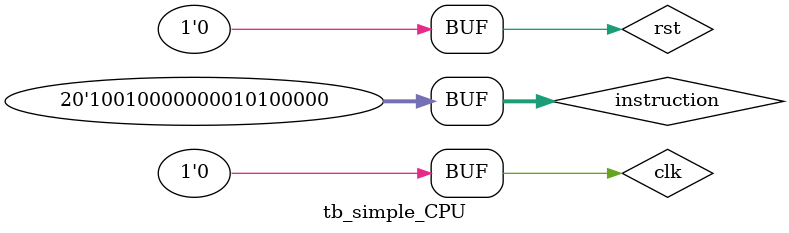
<source format=v>
`timescale 1ns / 1ps
 
module tb_simple_CPU;
       
    parameter DATA_WIDTH = 8; //8 bit wide data
    parameter ADDR_BITS = 5; //32 Addresses
    parameter INSTR_WIDTH =20; //20b instruction
   
    reg clk, rst;
    reg [INSTR_WIDTH-1:0] instruction;
  	wire [DATA_WIDTH-1:0] ep_i [0:3];

    
  simple_cpu  #(DATA_WIDTH,ADDR_BITS,INSTR_WIDTH) SCPU_DUT(clk, rst, instruction, ep_i[0], ep_i[1], ep_i[2], ep_i[3]);
    
    initial begin
      $dumpfile("dump.vcd"); //display waveforms
		$dumpvars;
      	$display("Reg0 Reg1 Reg2 Reg3");
      	$monitor("%d %d %d %d",ep_i[0],ep_i[1],ep_i[2],ep_i[3],);
        clk = 1'b1;
        rst = 1'b1;
        instruction = 20'd0;
        repeat(3) #1 clk=!clk;
        rst = 1'b0;
        repeat(2) #1 clk=!clk;
                
                
        /*Info on the simple CPU:
            * Reset sets regfile = [0,1,2,3]
            * ADD = opcode 0, SUB = opcode 1  
        */
            
                                        //ADD:    reg0  = reg1 + reg3   //1+3=4
        //In the instruction this is:    (instr)  (X1)    (X2)   (X3)  
        instruction = 20'b01000111000000000000;
        repeat(8) #1 clk=!clk; //4 rising edges
        
                                        //ADD:    reg1  = reg0 + reg3   //4+3=7
        //In the instruction this is:    (instr)  (X1)    (X2)   (X3)
        instruction = 20'b01010011000000000000;
        repeat(6) #1 clk=!clk; 
                
                                         //SUB:   reg3  = reg0 - reg2  //4-2=2  
       //In the instruction this is:    (instr)  (X1)    (X2)   (X3) 
        instruction = 20'b01110010000000000001;
        repeat(6) #1 clk=!clk;
        
                                         //STORE_R:   DATA_MEM(reg2 + 15) = reg1  //DATA_MEM(2+15)=7  
        //In the instruction this is:    (instr)               (X2)         (X1)
        instruction = 20'b11011000000011110000;
      repeat(6) #1 clk=!clk;
       
                                           //STORE_R:   DATA_MEM(reg3 + 22) = reg0  //DATA_MEM(2+22)= 4  
        //In the instruction this is:    (instr)                 (X2)         (X1)
        instruction = 20'b11001100000101100000;
        repeat(6) #1 clk=!clk;

                                           //LOAD_R:   DATA_MEM(reg2 + 15) = reg3  //reg3 = DATA_MEM(2+15)  -> reg3 becomes 7  
        //In the instruction this is:    (instr)                (X2)         (X1)
        instruction = 20'b10111000000011110000;
        repeat(7) #1 clk=!clk;
        
      										//LOAD_R:   DATA_MEM(reg0 + 10) = reg1  //reg1 = DATA_MEM(4+10)  -> reg1 becomes 2   
        //In the instruction this is:    (instr)                (X2)         (X1)
        instruction = 20'b10010000000010100000;
        repeat(7) #1 clk=!clk;
        
    end     
endmodule

</source>
